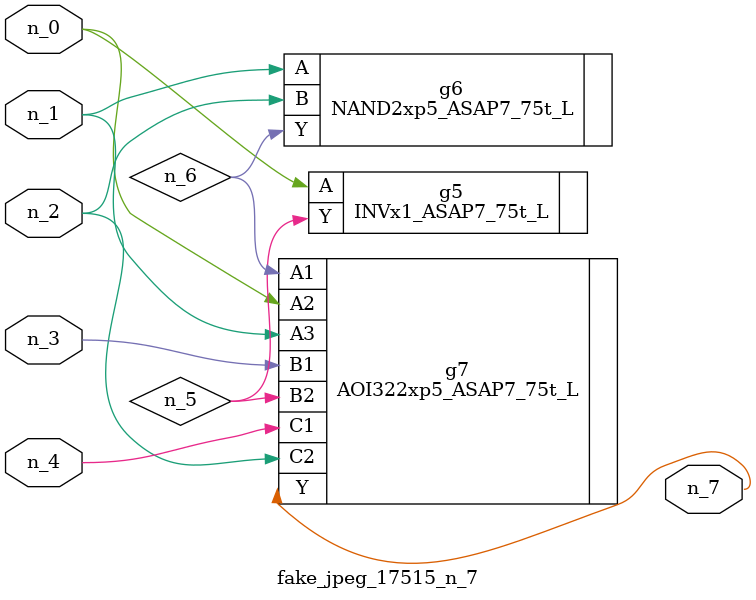
<source format=v>
module fake_jpeg_17515_n_7 (n_3, n_2, n_1, n_0, n_4, n_7);

input n_3;
input n_2;
input n_1;
input n_0;
input n_4;

output n_7;

wire n_6;
wire n_5;

INVx1_ASAP7_75t_L g5 ( 
.A(n_0),
.Y(n_5)
);

NAND2xp5_ASAP7_75t_L g6 ( 
.A(n_1),
.B(n_2),
.Y(n_6)
);

AOI322xp5_ASAP7_75t_L g7 ( 
.A1(n_6),
.A2(n_0),
.A3(n_1),
.B1(n_3),
.B2(n_5),
.C1(n_4),
.C2(n_2),
.Y(n_7)
);


endmodule
</source>
